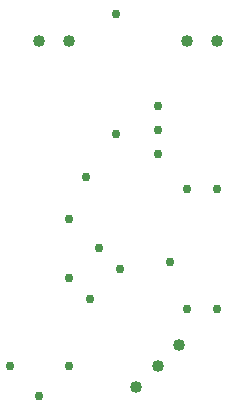
<source format=gbr>
G04 PROTEUS GERBER X2 FILE*
%TF.GenerationSoftware,Labcenter,Proteus,8.12-SP0-Build30713*%
%TF.CreationDate,2023-05-14T03:14:54+00:00*%
%TF.FileFunction,Plated,1,2,PTH*%
%TF.FilePolarity,Positive*%
%TF.Part,Single*%
%TF.SameCoordinates,{c0eacf68-35c9-4941-82e1-425e7bc03e7b}*%
%FSLAX45Y45*%
%MOMM*%
G01*
%TA.AperFunction,ComponentDrill*%
%ADD31C,0.762000*%
%ADD32C,1.016000*%
%TD.AperFunction*%
D31*
X-1359210Y+2601210D03*
X-640789Y+1882789D03*
D32*
X-1750000Y+3750000D03*
X-1496000Y+3750000D03*
D31*
X-1500000Y+1000000D03*
X-1750000Y+750000D03*
X-2000000Y+1000000D03*
D32*
X-250000Y+3750000D03*
X-504000Y+3750000D03*
D31*
X-750000Y+2796800D03*
X-750000Y+3000000D03*
X-750000Y+3203200D03*
X-250000Y+2500000D03*
X-250000Y+1484000D03*
X-1100000Y+3984000D03*
X-1100000Y+2968000D03*
X-500000Y+2500000D03*
X-500000Y+1484000D03*
D32*
X-570395Y+1179605D03*
X-750000Y+1000000D03*
X-929606Y+820395D03*
D31*
X-1320395Y+1570395D03*
X-1500000Y+1750000D03*
X-1070395Y+1820395D03*
X-1250000Y+2000000D03*
X-1500000Y+2250000D03*
M02*

</source>
